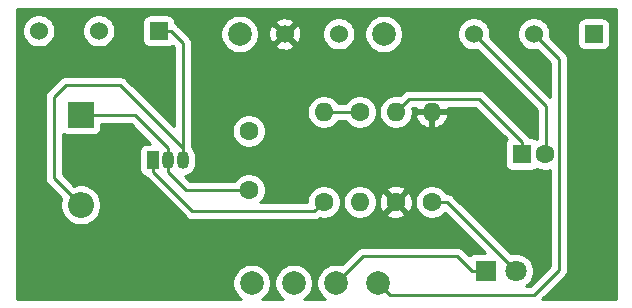
<source format=gbr>
G04 #@! TF.GenerationSoftware,KiCad,Pcbnew,(5.1.5-0-10_14)*
G04 #@! TF.CreationDate,2020-05-25T08:50:42-06:00*
G04 #@! TF.ProjectId,SHO,53484f2e-6b69-4636-9164-5f7063625858,rev?*
G04 #@! TF.SameCoordinates,Original*
G04 #@! TF.FileFunction,Copper,L1,Top*
G04 #@! TF.FilePolarity,Positive*
%FSLAX46Y46*%
G04 Gerber Fmt 4.6, Leading zero omitted, Abs format (unit mm)*
G04 Created by KiCad (PCBNEW (5.1.5-0-10_14)) date 2020-05-25 08:50:42*
%MOMM*%
%LPD*%
G04 APERTURE LIST*
%ADD10C,1.524000*%
%ADD11R,1.524000X1.524000*%
%ADD12O,2.200000X2.200000*%
%ADD13R,2.200000X2.200000*%
%ADD14O,1.600000X1.600000*%
%ADD15C,1.600000*%
%ADD16C,2.000000*%
%ADD17C,1.800000*%
%ADD18R,1.800000X1.800000*%
%ADD19R,1.600000X1.600000*%
%ADD20R,1.050000X1.500000*%
%ADD21O,1.050000X1.500000*%
%ADD22C,0.250000*%
%ADD23C,0.254000*%
G04 APERTURE END LIST*
D10*
X191262000Y-96774000D03*
X196342000Y-96774000D03*
D11*
X201422000Y-96774000D03*
D10*
X154432000Y-96520000D03*
X159512000Y-96520000D03*
D11*
X164592000Y-96520000D03*
D12*
X157988000Y-111252000D03*
D13*
X157988000Y-103632000D03*
D10*
X179832000Y-96774000D03*
X175260000Y-96774000D03*
D14*
X187706000Y-103378000D03*
D15*
X187706000Y-110998000D03*
D16*
X183642000Y-96774000D03*
X171450000Y-96774000D03*
X183134000Y-117856000D03*
X176022000Y-117856000D03*
X179578000Y-117856000D03*
X172466000Y-117856000D03*
D17*
X194818000Y-116840000D03*
D18*
X192278000Y-116840000D03*
D15*
X181610000Y-103378000D03*
D14*
X181610000Y-110998000D03*
D15*
X172212000Y-109982000D03*
X172212000Y-104982000D03*
X197326000Y-106934000D03*
D19*
X195326000Y-106934000D03*
D20*
X164084000Y-107442000D03*
D21*
X166624000Y-107442000D03*
X165354000Y-107442000D03*
D15*
X178562000Y-110998000D03*
D14*
X178562000Y-103378000D03*
D15*
X184658000Y-110998000D03*
D14*
X184658000Y-103378000D03*
D22*
X172212000Y-109728000D02*
X172212000Y-109982000D01*
X178562000Y-103378000D02*
X181610000Y-103378000D01*
X171080630Y-109982000D02*
X172212000Y-109982000D01*
X166894000Y-109982000D02*
X171080630Y-109982000D01*
X165354000Y-108442000D02*
X166894000Y-109982000D01*
X165354000Y-107442000D02*
X165354000Y-108442000D01*
X178562000Y-103632000D02*
X178562000Y-103378000D01*
X165354000Y-106442000D02*
X165354000Y-107442000D01*
X162544000Y-103632000D02*
X165354000Y-106442000D01*
X157988000Y-103632000D02*
X162544000Y-103632000D01*
X177762001Y-111797999D02*
X178562000Y-110998000D01*
X185457999Y-102578001D02*
X184658000Y-103378000D01*
X185783001Y-102252999D02*
X185457999Y-102578001D01*
X195326000Y-105884000D02*
X191694999Y-102252999D01*
X191694999Y-102252999D02*
X185783001Y-102252999D01*
X195326000Y-106934000D02*
X195326000Y-105884000D01*
X164084000Y-107442000D02*
X164084000Y-108442000D01*
X164084000Y-108442000D02*
X167439999Y-111797999D01*
X167439999Y-111797999D02*
X177762001Y-111797999D01*
X197358000Y-102870000D02*
X192023999Y-97535999D01*
X197358000Y-106902000D02*
X197358000Y-102870000D01*
X192023999Y-97535999D02*
X191262000Y-96774000D01*
X197326000Y-106934000D02*
X197358000Y-106902000D01*
X166624000Y-106442000D02*
X166624000Y-107442000D01*
X166624000Y-97540000D02*
X166624000Y-106442000D01*
X165604000Y-96520000D02*
X166624000Y-97540000D01*
X164592000Y-96520000D02*
X165604000Y-96520000D01*
X156888001Y-110152001D02*
X157988000Y-111252000D01*
X155702000Y-102108000D02*
X155702000Y-108966000D01*
X156718000Y-101092000D02*
X155702000Y-102108000D01*
X155702000Y-108966000D02*
X156888001Y-110152001D01*
X161274000Y-101092000D02*
X156718000Y-101092000D01*
X166624000Y-106442000D02*
X161274000Y-101092000D01*
X194818000Y-116724630D02*
X194818000Y-116840000D01*
X188976000Y-110998000D02*
X194818000Y-116840000D01*
X187706000Y-110998000D02*
X188976000Y-110998000D01*
X181864000Y-115570000D02*
X180577999Y-116856001D01*
X191128000Y-116840000D02*
X189858000Y-115570000D01*
X180577999Y-116856001D02*
X179578000Y-117856000D01*
X189858000Y-115570000D02*
X181864000Y-115570000D01*
X192278000Y-116840000D02*
X191128000Y-116840000D01*
X197103999Y-97535999D02*
X196342000Y-96774000D01*
X198451001Y-98883001D02*
X197103999Y-97535999D01*
X198451001Y-116762999D02*
X198451001Y-98883001D01*
X196358001Y-118855999D02*
X198451001Y-116762999D01*
X184133999Y-118855999D02*
X196358001Y-118855999D01*
X183134000Y-117856000D02*
X184133999Y-118855999D01*
D23*
G36*
X203302001Y-119228000D02*
G01*
X197060801Y-119228000D01*
X198962005Y-117326797D01*
X198991002Y-117303000D01*
X199022783Y-117264275D01*
X199085975Y-117187276D01*
X199156547Y-117055246D01*
X199171793Y-117004986D01*
X199200004Y-116911985D01*
X199211001Y-116800332D01*
X199211001Y-116800322D01*
X199214677Y-116762999D01*
X199211001Y-116725677D01*
X199211001Y-98920323D01*
X199214677Y-98883000D01*
X199211001Y-98845677D01*
X199211001Y-98845668D01*
X199200004Y-98734015D01*
X199156547Y-98590754D01*
X199085975Y-98458725D01*
X199045167Y-98409000D01*
X199014800Y-98371997D01*
X199014796Y-98371993D01*
X198991002Y-98343000D01*
X198962009Y-98319206D01*
X197708372Y-97065571D01*
X197739000Y-96911592D01*
X197739000Y-96636408D01*
X197685314Y-96366510D01*
X197580005Y-96112273D01*
X197513005Y-96012000D01*
X200021928Y-96012000D01*
X200021928Y-97536000D01*
X200034188Y-97660482D01*
X200070498Y-97780180D01*
X200129463Y-97890494D01*
X200208815Y-97987185D01*
X200305506Y-98066537D01*
X200415820Y-98125502D01*
X200535518Y-98161812D01*
X200660000Y-98174072D01*
X202184000Y-98174072D01*
X202308482Y-98161812D01*
X202428180Y-98125502D01*
X202538494Y-98066537D01*
X202635185Y-97987185D01*
X202714537Y-97890494D01*
X202773502Y-97780180D01*
X202809812Y-97660482D01*
X202822072Y-97536000D01*
X202822072Y-96012000D01*
X202809812Y-95887518D01*
X202773502Y-95767820D01*
X202714537Y-95657506D01*
X202635185Y-95560815D01*
X202538494Y-95481463D01*
X202428180Y-95422498D01*
X202308482Y-95386188D01*
X202184000Y-95373928D01*
X200660000Y-95373928D01*
X200535518Y-95386188D01*
X200415820Y-95422498D01*
X200305506Y-95481463D01*
X200208815Y-95560815D01*
X200129463Y-95657506D01*
X200070498Y-95767820D01*
X200034188Y-95887518D01*
X200021928Y-96012000D01*
X197513005Y-96012000D01*
X197427120Y-95883465D01*
X197232535Y-95688880D01*
X197003727Y-95535995D01*
X196749490Y-95430686D01*
X196479592Y-95377000D01*
X196204408Y-95377000D01*
X195934510Y-95430686D01*
X195680273Y-95535995D01*
X195451465Y-95688880D01*
X195256880Y-95883465D01*
X195103995Y-96112273D01*
X194998686Y-96366510D01*
X194945000Y-96636408D01*
X194945000Y-96911592D01*
X194998686Y-97181490D01*
X195103995Y-97435727D01*
X195256880Y-97664535D01*
X195451465Y-97859120D01*
X195680273Y-98012005D01*
X195934510Y-98117314D01*
X196204408Y-98171000D01*
X196479592Y-98171000D01*
X196633571Y-98140372D01*
X197691002Y-99197805D01*
X197691002Y-102128200D01*
X192628372Y-97065571D01*
X192659000Y-96911592D01*
X192659000Y-96636408D01*
X192605314Y-96366510D01*
X192500005Y-96112273D01*
X192347120Y-95883465D01*
X192152535Y-95688880D01*
X191923727Y-95535995D01*
X191669490Y-95430686D01*
X191399592Y-95377000D01*
X191124408Y-95377000D01*
X190854510Y-95430686D01*
X190600273Y-95535995D01*
X190371465Y-95688880D01*
X190176880Y-95883465D01*
X190023995Y-96112273D01*
X189918686Y-96366510D01*
X189865000Y-96636408D01*
X189865000Y-96911592D01*
X189918686Y-97181490D01*
X190023995Y-97435727D01*
X190176880Y-97664535D01*
X190371465Y-97859120D01*
X190600273Y-98012005D01*
X190854510Y-98117314D01*
X191124408Y-98171000D01*
X191399592Y-98171000D01*
X191553571Y-98140372D01*
X196598001Y-103184803D01*
X196598000Y-105694575D01*
X196590790Y-105699393D01*
X196577185Y-105682815D01*
X196480494Y-105603463D01*
X196370180Y-105544498D01*
X196250482Y-105508188D01*
X196126000Y-105495928D01*
X195980326Y-105495928D01*
X195960974Y-105459724D01*
X195866001Y-105343999D01*
X195837003Y-105320201D01*
X192258803Y-101742002D01*
X192235000Y-101712998D01*
X192119275Y-101618025D01*
X191987246Y-101547453D01*
X191843985Y-101503996D01*
X191732332Y-101492999D01*
X191732321Y-101492999D01*
X191694999Y-101489323D01*
X191657677Y-101492999D01*
X185820323Y-101492999D01*
X185783000Y-101489323D01*
X185745677Y-101492999D01*
X185745668Y-101492999D01*
X185634015Y-101503996D01*
X185490754Y-101547453D01*
X185358725Y-101618025D01*
X185243000Y-101712998D01*
X185219197Y-101742002D01*
X184981887Y-101979312D01*
X184799335Y-101943000D01*
X184516665Y-101943000D01*
X184239426Y-101998147D01*
X183978273Y-102106320D01*
X183743241Y-102263363D01*
X183543363Y-102463241D01*
X183386320Y-102698273D01*
X183278147Y-102959426D01*
X183223000Y-103236665D01*
X183223000Y-103519335D01*
X183278147Y-103796574D01*
X183386320Y-104057727D01*
X183543363Y-104292759D01*
X183743241Y-104492637D01*
X183978273Y-104649680D01*
X184239426Y-104757853D01*
X184516665Y-104813000D01*
X184799335Y-104813000D01*
X185076574Y-104757853D01*
X185337727Y-104649680D01*
X185572759Y-104492637D01*
X185772637Y-104292759D01*
X185929680Y-104057727D01*
X186037853Y-103796574D01*
X186051684Y-103727040D01*
X186314091Y-103727040D01*
X186408930Y-103991881D01*
X186553615Y-104233131D01*
X186742586Y-104441519D01*
X186968580Y-104609037D01*
X187222913Y-104729246D01*
X187356961Y-104769904D01*
X187579000Y-104647915D01*
X187579000Y-103505000D01*
X187833000Y-103505000D01*
X187833000Y-104647915D01*
X188055039Y-104769904D01*
X188189087Y-104729246D01*
X188443420Y-104609037D01*
X188669414Y-104441519D01*
X188858385Y-104233131D01*
X189003070Y-103991881D01*
X189097909Y-103727040D01*
X188976624Y-103505000D01*
X187833000Y-103505000D01*
X187579000Y-103505000D01*
X186435376Y-103505000D01*
X186314091Y-103727040D01*
X186051684Y-103727040D01*
X186093000Y-103519335D01*
X186093000Y-103236665D01*
X186056688Y-103054113D01*
X186097802Y-103012999D01*
X186319807Y-103012999D01*
X186314091Y-103028960D01*
X186435376Y-103251000D01*
X187579000Y-103251000D01*
X187579000Y-103231000D01*
X187833000Y-103231000D01*
X187833000Y-103251000D01*
X188976624Y-103251000D01*
X189097909Y-103028960D01*
X189092193Y-103012999D01*
X191380198Y-103012999D01*
X194063636Y-105696437D01*
X193995463Y-105779506D01*
X193936498Y-105889820D01*
X193900188Y-106009518D01*
X193887928Y-106134000D01*
X193887928Y-107734000D01*
X193900188Y-107858482D01*
X193936498Y-107978180D01*
X193995463Y-108088494D01*
X194074815Y-108185185D01*
X194171506Y-108264537D01*
X194281820Y-108323502D01*
X194401518Y-108359812D01*
X194526000Y-108372072D01*
X196126000Y-108372072D01*
X196250482Y-108359812D01*
X196370180Y-108323502D01*
X196480494Y-108264537D01*
X196577185Y-108185185D01*
X196590790Y-108168607D01*
X196646273Y-108205680D01*
X196907426Y-108313853D01*
X197184665Y-108369000D01*
X197467335Y-108369000D01*
X197691001Y-108324509D01*
X197691001Y-116448197D01*
X196043200Y-118095999D01*
X195701191Y-118095999D01*
X195796505Y-118032312D01*
X196010312Y-117818505D01*
X196178299Y-117567095D01*
X196294011Y-117287743D01*
X196353000Y-116991184D01*
X196353000Y-116688816D01*
X196294011Y-116392257D01*
X196178299Y-116112905D01*
X196010312Y-115861495D01*
X195796505Y-115647688D01*
X195545095Y-115479701D01*
X195265743Y-115363989D01*
X194969184Y-115305000D01*
X194666816Y-115305000D01*
X194409070Y-115356269D01*
X189539804Y-110487003D01*
X189516001Y-110457999D01*
X189400276Y-110363026D01*
X189268247Y-110292454D01*
X189124986Y-110248997D01*
X189013333Y-110238000D01*
X189013322Y-110238000D01*
X188976000Y-110234324D01*
X188938678Y-110238000D01*
X188924043Y-110238000D01*
X188820637Y-110083241D01*
X188620759Y-109883363D01*
X188385727Y-109726320D01*
X188124574Y-109618147D01*
X187847335Y-109563000D01*
X187564665Y-109563000D01*
X187287426Y-109618147D01*
X187026273Y-109726320D01*
X186791241Y-109883363D01*
X186591363Y-110083241D01*
X186434320Y-110318273D01*
X186326147Y-110579426D01*
X186271000Y-110856665D01*
X186271000Y-111139335D01*
X186326147Y-111416574D01*
X186434320Y-111677727D01*
X186591363Y-111912759D01*
X186791241Y-112112637D01*
X187026273Y-112269680D01*
X187287426Y-112377853D01*
X187564665Y-112433000D01*
X187847335Y-112433000D01*
X188124574Y-112377853D01*
X188385727Y-112269680D01*
X188620759Y-112112637D01*
X188818297Y-111915099D01*
X192205126Y-115301928D01*
X191378000Y-115301928D01*
X191253518Y-115314188D01*
X191133820Y-115350498D01*
X191023506Y-115409463D01*
X190926815Y-115488815D01*
X190892919Y-115530118D01*
X190421804Y-115059003D01*
X190398001Y-115029999D01*
X190282276Y-114935026D01*
X190150247Y-114864454D01*
X190006986Y-114820997D01*
X189895333Y-114810000D01*
X189895322Y-114810000D01*
X189858000Y-114806324D01*
X189820678Y-114810000D01*
X181901322Y-114810000D01*
X181863999Y-114806324D01*
X181826676Y-114810000D01*
X181826667Y-114810000D01*
X181715014Y-114820997D01*
X181571753Y-114864454D01*
X181439723Y-114935026D01*
X181356083Y-115003668D01*
X181323999Y-115029999D01*
X181300201Y-115058997D01*
X180069376Y-116289823D01*
X180054912Y-116283832D01*
X179739033Y-116221000D01*
X179416967Y-116221000D01*
X179101088Y-116283832D01*
X178803537Y-116407082D01*
X178535748Y-116586013D01*
X178308013Y-116813748D01*
X178129082Y-117081537D01*
X178005832Y-117379088D01*
X177943000Y-117694967D01*
X177943000Y-118017033D01*
X178005832Y-118332912D01*
X178129082Y-118630463D01*
X178308013Y-118898252D01*
X178535748Y-119125987D01*
X178688421Y-119228000D01*
X176911579Y-119228000D01*
X177064252Y-119125987D01*
X177291987Y-118898252D01*
X177470918Y-118630463D01*
X177594168Y-118332912D01*
X177657000Y-118017033D01*
X177657000Y-117694967D01*
X177594168Y-117379088D01*
X177470918Y-117081537D01*
X177291987Y-116813748D01*
X177064252Y-116586013D01*
X176796463Y-116407082D01*
X176498912Y-116283832D01*
X176183033Y-116221000D01*
X175860967Y-116221000D01*
X175545088Y-116283832D01*
X175247537Y-116407082D01*
X174979748Y-116586013D01*
X174752013Y-116813748D01*
X174573082Y-117081537D01*
X174449832Y-117379088D01*
X174387000Y-117694967D01*
X174387000Y-118017033D01*
X174449832Y-118332912D01*
X174573082Y-118630463D01*
X174752013Y-118898252D01*
X174979748Y-119125987D01*
X175132421Y-119228000D01*
X173355579Y-119228000D01*
X173508252Y-119125987D01*
X173735987Y-118898252D01*
X173914918Y-118630463D01*
X174038168Y-118332912D01*
X174101000Y-118017033D01*
X174101000Y-117694967D01*
X174038168Y-117379088D01*
X173914918Y-117081537D01*
X173735987Y-116813748D01*
X173508252Y-116586013D01*
X173240463Y-116407082D01*
X172942912Y-116283832D01*
X172627033Y-116221000D01*
X172304967Y-116221000D01*
X171989088Y-116283832D01*
X171691537Y-116407082D01*
X171423748Y-116586013D01*
X171196013Y-116813748D01*
X171017082Y-117081537D01*
X170893832Y-117379088D01*
X170831000Y-117694967D01*
X170831000Y-118017033D01*
X170893832Y-118332912D01*
X171017082Y-118630463D01*
X171196013Y-118898252D01*
X171423748Y-119125987D01*
X171576421Y-119228000D01*
X152552000Y-119228000D01*
X152552000Y-102108000D01*
X154938324Y-102108000D01*
X154942000Y-102145323D01*
X154942001Y-108928668D01*
X154938324Y-108966000D01*
X154942001Y-109003333D01*
X154948296Y-109067241D01*
X154952998Y-109114985D01*
X154996454Y-109258246D01*
X155067026Y-109390276D01*
X155133273Y-109470997D01*
X155162000Y-109506001D01*
X155190998Y-109529799D01*
X156345286Y-110684088D01*
X156319675Y-110745919D01*
X156253000Y-111081117D01*
X156253000Y-111422883D01*
X156319675Y-111758081D01*
X156450463Y-112073831D01*
X156640337Y-112357998D01*
X156882002Y-112599663D01*
X157166169Y-112789537D01*
X157481919Y-112920325D01*
X157817117Y-112987000D01*
X158158883Y-112987000D01*
X158494081Y-112920325D01*
X158809831Y-112789537D01*
X159093998Y-112599663D01*
X159335663Y-112357998D01*
X159525537Y-112073831D01*
X159656325Y-111758081D01*
X159723000Y-111422883D01*
X159723000Y-111081117D01*
X159656325Y-110745919D01*
X159525537Y-110430169D01*
X159335663Y-110146002D01*
X159093998Y-109904337D01*
X158809831Y-109714463D01*
X158494081Y-109583675D01*
X158158883Y-109517000D01*
X157817117Y-109517000D01*
X157481919Y-109583675D01*
X157420088Y-109609286D01*
X156462000Y-108651199D01*
X156462000Y-105203854D01*
X156533506Y-105262537D01*
X156643820Y-105321502D01*
X156763518Y-105357812D01*
X156888000Y-105370072D01*
X159088000Y-105370072D01*
X159212482Y-105357812D01*
X159332180Y-105321502D01*
X159442494Y-105262537D01*
X159539185Y-105183185D01*
X159618537Y-105086494D01*
X159677502Y-104976180D01*
X159713812Y-104856482D01*
X159726072Y-104732000D01*
X159726072Y-104392000D01*
X162229199Y-104392000D01*
X163891126Y-106053928D01*
X163559000Y-106053928D01*
X163434518Y-106066188D01*
X163314820Y-106102498D01*
X163204506Y-106161463D01*
X163107815Y-106240815D01*
X163028463Y-106337506D01*
X162969498Y-106447820D01*
X162933188Y-106567518D01*
X162920928Y-106692000D01*
X162920928Y-108192000D01*
X162933188Y-108316482D01*
X162969498Y-108436180D01*
X163028463Y-108546494D01*
X163107815Y-108643185D01*
X163204506Y-108722537D01*
X163314820Y-108781502D01*
X163420916Y-108813686D01*
X163449026Y-108866276D01*
X163520201Y-108953002D01*
X163544000Y-108982001D01*
X163572998Y-109005799D01*
X166876200Y-112309002D01*
X166899998Y-112338000D01*
X167015723Y-112432973D01*
X167147752Y-112503545D01*
X167291013Y-112547002D01*
X167402666Y-112557999D01*
X167402675Y-112557999D01*
X167439998Y-112561675D01*
X167477321Y-112557999D01*
X177724679Y-112557999D01*
X177762001Y-112561675D01*
X177799323Y-112557999D01*
X177799334Y-112557999D01*
X177910987Y-112547002D01*
X178054248Y-112503545D01*
X178186277Y-112432973D01*
X178231978Y-112395467D01*
X178420665Y-112433000D01*
X178703335Y-112433000D01*
X178980574Y-112377853D01*
X179241727Y-112269680D01*
X179476759Y-112112637D01*
X179676637Y-111912759D01*
X179833680Y-111677727D01*
X179941853Y-111416574D01*
X179997000Y-111139335D01*
X179997000Y-110856665D01*
X180175000Y-110856665D01*
X180175000Y-111139335D01*
X180230147Y-111416574D01*
X180338320Y-111677727D01*
X180495363Y-111912759D01*
X180695241Y-112112637D01*
X180930273Y-112269680D01*
X181191426Y-112377853D01*
X181468665Y-112433000D01*
X181751335Y-112433000D01*
X182028574Y-112377853D01*
X182289727Y-112269680D01*
X182524759Y-112112637D01*
X182646694Y-111990702D01*
X183844903Y-111990702D01*
X183916486Y-112234671D01*
X184171996Y-112355571D01*
X184446184Y-112424300D01*
X184728512Y-112438217D01*
X185008130Y-112396787D01*
X185274292Y-112301603D01*
X185399514Y-112234671D01*
X185471097Y-111990702D01*
X184658000Y-111177605D01*
X183844903Y-111990702D01*
X182646694Y-111990702D01*
X182724637Y-111912759D01*
X182881680Y-111677727D01*
X182989853Y-111416574D01*
X183045000Y-111139335D01*
X183045000Y-111068512D01*
X183217783Y-111068512D01*
X183259213Y-111348130D01*
X183354397Y-111614292D01*
X183421329Y-111739514D01*
X183665298Y-111811097D01*
X184478395Y-110998000D01*
X184837605Y-110998000D01*
X185650702Y-111811097D01*
X185894671Y-111739514D01*
X186015571Y-111484004D01*
X186084300Y-111209816D01*
X186098217Y-110927488D01*
X186056787Y-110647870D01*
X185961603Y-110381708D01*
X185894671Y-110256486D01*
X185650702Y-110184903D01*
X184837605Y-110998000D01*
X184478395Y-110998000D01*
X183665298Y-110184903D01*
X183421329Y-110256486D01*
X183300429Y-110511996D01*
X183231700Y-110786184D01*
X183217783Y-111068512D01*
X183045000Y-111068512D01*
X183045000Y-110856665D01*
X182989853Y-110579426D01*
X182881680Y-110318273D01*
X182724637Y-110083241D01*
X182646694Y-110005298D01*
X183844903Y-110005298D01*
X184658000Y-110818395D01*
X185471097Y-110005298D01*
X185399514Y-109761329D01*
X185144004Y-109640429D01*
X184869816Y-109571700D01*
X184587488Y-109557783D01*
X184307870Y-109599213D01*
X184041708Y-109694397D01*
X183916486Y-109761329D01*
X183844903Y-110005298D01*
X182646694Y-110005298D01*
X182524759Y-109883363D01*
X182289727Y-109726320D01*
X182028574Y-109618147D01*
X181751335Y-109563000D01*
X181468665Y-109563000D01*
X181191426Y-109618147D01*
X180930273Y-109726320D01*
X180695241Y-109883363D01*
X180495363Y-110083241D01*
X180338320Y-110318273D01*
X180230147Y-110579426D01*
X180175000Y-110856665D01*
X179997000Y-110856665D01*
X179941853Y-110579426D01*
X179833680Y-110318273D01*
X179676637Y-110083241D01*
X179476759Y-109883363D01*
X179241727Y-109726320D01*
X178980574Y-109618147D01*
X178703335Y-109563000D01*
X178420665Y-109563000D01*
X178143426Y-109618147D01*
X177882273Y-109726320D01*
X177647241Y-109883363D01*
X177447363Y-110083241D01*
X177290320Y-110318273D01*
X177182147Y-110579426D01*
X177127000Y-110856665D01*
X177127000Y-111037999D01*
X173185397Y-111037999D01*
X173326637Y-110896759D01*
X173483680Y-110661727D01*
X173591853Y-110400574D01*
X173647000Y-110123335D01*
X173647000Y-109840665D01*
X173591853Y-109563426D01*
X173483680Y-109302273D01*
X173326637Y-109067241D01*
X173126759Y-108867363D01*
X172891727Y-108710320D01*
X172630574Y-108602147D01*
X172353335Y-108547000D01*
X172070665Y-108547000D01*
X171793426Y-108602147D01*
X171532273Y-108710320D01*
X171297241Y-108867363D01*
X171097363Y-109067241D01*
X170993957Y-109222000D01*
X167208802Y-109222000D01*
X166801893Y-108815091D01*
X166851400Y-108810215D01*
X167070060Y-108743885D01*
X167271579Y-108636171D01*
X167448212Y-108491212D01*
X167593171Y-108314579D01*
X167700885Y-108113059D01*
X167767215Y-107894399D01*
X167784000Y-107723978D01*
X167784000Y-107160021D01*
X167767215Y-106989600D01*
X167700885Y-106770940D01*
X167593171Y-106569421D01*
X167448212Y-106392788D01*
X167384000Y-106340091D01*
X167384000Y-104840665D01*
X170777000Y-104840665D01*
X170777000Y-105123335D01*
X170832147Y-105400574D01*
X170940320Y-105661727D01*
X171097363Y-105896759D01*
X171297241Y-106096637D01*
X171532273Y-106253680D01*
X171793426Y-106361853D01*
X172070665Y-106417000D01*
X172353335Y-106417000D01*
X172630574Y-106361853D01*
X172891727Y-106253680D01*
X173126759Y-106096637D01*
X173326637Y-105896759D01*
X173483680Y-105661727D01*
X173591853Y-105400574D01*
X173647000Y-105123335D01*
X173647000Y-104840665D01*
X173591853Y-104563426D01*
X173483680Y-104302273D01*
X173326637Y-104067241D01*
X173126759Y-103867363D01*
X172891727Y-103710320D01*
X172630574Y-103602147D01*
X172353335Y-103547000D01*
X172070665Y-103547000D01*
X171793426Y-103602147D01*
X171532273Y-103710320D01*
X171297241Y-103867363D01*
X171097363Y-104067241D01*
X170940320Y-104302273D01*
X170832147Y-104563426D01*
X170777000Y-104840665D01*
X167384000Y-104840665D01*
X167384000Y-103236665D01*
X177127000Y-103236665D01*
X177127000Y-103519335D01*
X177182147Y-103796574D01*
X177290320Y-104057727D01*
X177447363Y-104292759D01*
X177647241Y-104492637D01*
X177882273Y-104649680D01*
X178143426Y-104757853D01*
X178420665Y-104813000D01*
X178703335Y-104813000D01*
X178980574Y-104757853D01*
X179241727Y-104649680D01*
X179476759Y-104492637D01*
X179676637Y-104292759D01*
X179780043Y-104138000D01*
X180391957Y-104138000D01*
X180495363Y-104292759D01*
X180695241Y-104492637D01*
X180930273Y-104649680D01*
X181191426Y-104757853D01*
X181468665Y-104813000D01*
X181751335Y-104813000D01*
X182028574Y-104757853D01*
X182289727Y-104649680D01*
X182524759Y-104492637D01*
X182724637Y-104292759D01*
X182881680Y-104057727D01*
X182989853Y-103796574D01*
X183045000Y-103519335D01*
X183045000Y-103236665D01*
X182989853Y-102959426D01*
X182881680Y-102698273D01*
X182724637Y-102463241D01*
X182524759Y-102263363D01*
X182289727Y-102106320D01*
X182028574Y-101998147D01*
X181751335Y-101943000D01*
X181468665Y-101943000D01*
X181191426Y-101998147D01*
X180930273Y-102106320D01*
X180695241Y-102263363D01*
X180495363Y-102463241D01*
X180391957Y-102618000D01*
X179780043Y-102618000D01*
X179676637Y-102463241D01*
X179476759Y-102263363D01*
X179241727Y-102106320D01*
X178980574Y-101998147D01*
X178703335Y-101943000D01*
X178420665Y-101943000D01*
X178143426Y-101998147D01*
X177882273Y-102106320D01*
X177647241Y-102263363D01*
X177447363Y-102463241D01*
X177290320Y-102698273D01*
X177182147Y-102959426D01*
X177127000Y-103236665D01*
X167384000Y-103236665D01*
X167384000Y-97577323D01*
X167387676Y-97540000D01*
X167384000Y-97502677D01*
X167384000Y-97502667D01*
X167373003Y-97391014D01*
X167329546Y-97247753D01*
X167258974Y-97115724D01*
X167164001Y-96999999D01*
X167135004Y-96976202D01*
X166771769Y-96612967D01*
X169815000Y-96612967D01*
X169815000Y-96935033D01*
X169877832Y-97250912D01*
X170001082Y-97548463D01*
X170180013Y-97816252D01*
X170407748Y-98043987D01*
X170675537Y-98222918D01*
X170973088Y-98346168D01*
X171288967Y-98409000D01*
X171611033Y-98409000D01*
X171926912Y-98346168D01*
X172224463Y-98222918D01*
X172492252Y-98043987D01*
X172719987Y-97816252D01*
X172771227Y-97739565D01*
X174474040Y-97739565D01*
X174541020Y-97979656D01*
X174790048Y-98096756D01*
X175057135Y-98163023D01*
X175332017Y-98175910D01*
X175604133Y-98134922D01*
X175863023Y-98041636D01*
X175978980Y-97979656D01*
X176045960Y-97739565D01*
X175260000Y-96953605D01*
X174474040Y-97739565D01*
X172771227Y-97739565D01*
X172898918Y-97548463D01*
X173022168Y-97250912D01*
X173085000Y-96935033D01*
X173085000Y-96846017D01*
X173858090Y-96846017D01*
X173899078Y-97118133D01*
X173992364Y-97377023D01*
X174054344Y-97492980D01*
X174294435Y-97559960D01*
X175080395Y-96774000D01*
X175439605Y-96774000D01*
X176225565Y-97559960D01*
X176465656Y-97492980D01*
X176582756Y-97243952D01*
X176649023Y-96976865D01*
X176661910Y-96701983D01*
X176652033Y-96636408D01*
X178435000Y-96636408D01*
X178435000Y-96911592D01*
X178488686Y-97181490D01*
X178593995Y-97435727D01*
X178746880Y-97664535D01*
X178941465Y-97859120D01*
X179170273Y-98012005D01*
X179424510Y-98117314D01*
X179694408Y-98171000D01*
X179969592Y-98171000D01*
X180239490Y-98117314D01*
X180493727Y-98012005D01*
X180722535Y-97859120D01*
X180917120Y-97664535D01*
X181070005Y-97435727D01*
X181175314Y-97181490D01*
X181229000Y-96911592D01*
X181229000Y-96636408D01*
X181224338Y-96612967D01*
X182007000Y-96612967D01*
X182007000Y-96935033D01*
X182069832Y-97250912D01*
X182193082Y-97548463D01*
X182372013Y-97816252D01*
X182599748Y-98043987D01*
X182867537Y-98222918D01*
X183165088Y-98346168D01*
X183480967Y-98409000D01*
X183803033Y-98409000D01*
X184118912Y-98346168D01*
X184416463Y-98222918D01*
X184684252Y-98043987D01*
X184911987Y-97816252D01*
X185090918Y-97548463D01*
X185214168Y-97250912D01*
X185277000Y-96935033D01*
X185277000Y-96612967D01*
X185214168Y-96297088D01*
X185090918Y-95999537D01*
X184911987Y-95731748D01*
X184684252Y-95504013D01*
X184416463Y-95325082D01*
X184118912Y-95201832D01*
X183803033Y-95139000D01*
X183480967Y-95139000D01*
X183165088Y-95201832D01*
X182867537Y-95325082D01*
X182599748Y-95504013D01*
X182372013Y-95731748D01*
X182193082Y-95999537D01*
X182069832Y-96297088D01*
X182007000Y-96612967D01*
X181224338Y-96612967D01*
X181175314Y-96366510D01*
X181070005Y-96112273D01*
X180917120Y-95883465D01*
X180722535Y-95688880D01*
X180493727Y-95535995D01*
X180239490Y-95430686D01*
X179969592Y-95377000D01*
X179694408Y-95377000D01*
X179424510Y-95430686D01*
X179170273Y-95535995D01*
X178941465Y-95688880D01*
X178746880Y-95883465D01*
X178593995Y-96112273D01*
X178488686Y-96366510D01*
X178435000Y-96636408D01*
X176652033Y-96636408D01*
X176620922Y-96429867D01*
X176527636Y-96170977D01*
X176465656Y-96055020D01*
X176225565Y-95988040D01*
X175439605Y-96774000D01*
X175080395Y-96774000D01*
X174294435Y-95988040D01*
X174054344Y-96055020D01*
X173937244Y-96304048D01*
X173870977Y-96571135D01*
X173858090Y-96846017D01*
X173085000Y-96846017D01*
X173085000Y-96612967D01*
X173022168Y-96297088D01*
X172898918Y-95999537D01*
X172771228Y-95808435D01*
X174474040Y-95808435D01*
X175260000Y-96594395D01*
X176045960Y-95808435D01*
X175978980Y-95568344D01*
X175729952Y-95451244D01*
X175462865Y-95384977D01*
X175187983Y-95372090D01*
X174915867Y-95413078D01*
X174656977Y-95506364D01*
X174541020Y-95568344D01*
X174474040Y-95808435D01*
X172771228Y-95808435D01*
X172719987Y-95731748D01*
X172492252Y-95504013D01*
X172224463Y-95325082D01*
X171926912Y-95201832D01*
X171611033Y-95139000D01*
X171288967Y-95139000D01*
X170973088Y-95201832D01*
X170675537Y-95325082D01*
X170407748Y-95504013D01*
X170180013Y-95731748D01*
X170001082Y-95999537D01*
X169877832Y-96297088D01*
X169815000Y-96612967D01*
X166771769Y-96612967D01*
X166167804Y-96009002D01*
X166144001Y-95979999D01*
X166028276Y-95885026D01*
X165992072Y-95865674D01*
X165992072Y-95758000D01*
X165979812Y-95633518D01*
X165943502Y-95513820D01*
X165884537Y-95403506D01*
X165805185Y-95306815D01*
X165708494Y-95227463D01*
X165598180Y-95168498D01*
X165478482Y-95132188D01*
X165354000Y-95119928D01*
X163830000Y-95119928D01*
X163705518Y-95132188D01*
X163585820Y-95168498D01*
X163475506Y-95227463D01*
X163378815Y-95306815D01*
X163299463Y-95403506D01*
X163240498Y-95513820D01*
X163204188Y-95633518D01*
X163191928Y-95758000D01*
X163191928Y-97282000D01*
X163204188Y-97406482D01*
X163240498Y-97526180D01*
X163299463Y-97636494D01*
X163378815Y-97733185D01*
X163475506Y-97812537D01*
X163585820Y-97871502D01*
X163705518Y-97907812D01*
X163830000Y-97920072D01*
X165354000Y-97920072D01*
X165478482Y-97907812D01*
X165598180Y-97871502D01*
X165708494Y-97812537D01*
X165770691Y-97761493D01*
X165864000Y-97854802D01*
X165864001Y-104607199D01*
X161837804Y-100581003D01*
X161814001Y-100551999D01*
X161698276Y-100457026D01*
X161566247Y-100386454D01*
X161422986Y-100342997D01*
X161311333Y-100332000D01*
X161311322Y-100332000D01*
X161274000Y-100328324D01*
X161236678Y-100332000D01*
X156755322Y-100332000D01*
X156718000Y-100328324D01*
X156680677Y-100332000D01*
X156680667Y-100332000D01*
X156569014Y-100342997D01*
X156425753Y-100386454D01*
X156293723Y-100457026D01*
X156210083Y-100525668D01*
X156177999Y-100551999D01*
X156154201Y-100580997D01*
X155191002Y-101544196D01*
X155161999Y-101567999D01*
X155109474Y-101632001D01*
X155067026Y-101683724D01*
X154997218Y-101814325D01*
X154996454Y-101815754D01*
X154952997Y-101959015D01*
X154942000Y-102070668D01*
X154942000Y-102070678D01*
X154938324Y-102108000D01*
X152552000Y-102108000D01*
X152552000Y-96382408D01*
X153035000Y-96382408D01*
X153035000Y-96657592D01*
X153088686Y-96927490D01*
X153193995Y-97181727D01*
X153346880Y-97410535D01*
X153541465Y-97605120D01*
X153770273Y-97758005D01*
X154024510Y-97863314D01*
X154294408Y-97917000D01*
X154569592Y-97917000D01*
X154839490Y-97863314D01*
X155093727Y-97758005D01*
X155322535Y-97605120D01*
X155517120Y-97410535D01*
X155670005Y-97181727D01*
X155775314Y-96927490D01*
X155829000Y-96657592D01*
X155829000Y-96382408D01*
X158115000Y-96382408D01*
X158115000Y-96657592D01*
X158168686Y-96927490D01*
X158273995Y-97181727D01*
X158426880Y-97410535D01*
X158621465Y-97605120D01*
X158850273Y-97758005D01*
X159104510Y-97863314D01*
X159374408Y-97917000D01*
X159649592Y-97917000D01*
X159919490Y-97863314D01*
X160173727Y-97758005D01*
X160402535Y-97605120D01*
X160597120Y-97410535D01*
X160750005Y-97181727D01*
X160855314Y-96927490D01*
X160909000Y-96657592D01*
X160909000Y-96382408D01*
X160855314Y-96112510D01*
X160750005Y-95858273D01*
X160597120Y-95629465D01*
X160402535Y-95434880D01*
X160173727Y-95281995D01*
X159919490Y-95176686D01*
X159649592Y-95123000D01*
X159374408Y-95123000D01*
X159104510Y-95176686D01*
X158850273Y-95281995D01*
X158621465Y-95434880D01*
X158426880Y-95629465D01*
X158273995Y-95858273D01*
X158168686Y-96112510D01*
X158115000Y-96382408D01*
X155829000Y-96382408D01*
X155775314Y-96112510D01*
X155670005Y-95858273D01*
X155517120Y-95629465D01*
X155322535Y-95434880D01*
X155093727Y-95281995D01*
X154839490Y-95176686D01*
X154569592Y-95123000D01*
X154294408Y-95123000D01*
X154024510Y-95176686D01*
X153770273Y-95281995D01*
X153541465Y-95434880D01*
X153346880Y-95629465D01*
X153193995Y-95858273D01*
X153088686Y-96112510D01*
X153035000Y-96382408D01*
X152552000Y-96382408D01*
X152552000Y-94640000D01*
X203302000Y-94640000D01*
X203302001Y-119228000D01*
G37*
X203302001Y-119228000D02*
X197060801Y-119228000D01*
X198962005Y-117326797D01*
X198991002Y-117303000D01*
X199022783Y-117264275D01*
X199085975Y-117187276D01*
X199156547Y-117055246D01*
X199171793Y-117004986D01*
X199200004Y-116911985D01*
X199211001Y-116800332D01*
X199211001Y-116800322D01*
X199214677Y-116762999D01*
X199211001Y-116725677D01*
X199211001Y-98920323D01*
X199214677Y-98883000D01*
X199211001Y-98845677D01*
X199211001Y-98845668D01*
X199200004Y-98734015D01*
X199156547Y-98590754D01*
X199085975Y-98458725D01*
X199045167Y-98409000D01*
X199014800Y-98371997D01*
X199014796Y-98371993D01*
X198991002Y-98343000D01*
X198962009Y-98319206D01*
X197708372Y-97065571D01*
X197739000Y-96911592D01*
X197739000Y-96636408D01*
X197685314Y-96366510D01*
X197580005Y-96112273D01*
X197513005Y-96012000D01*
X200021928Y-96012000D01*
X200021928Y-97536000D01*
X200034188Y-97660482D01*
X200070498Y-97780180D01*
X200129463Y-97890494D01*
X200208815Y-97987185D01*
X200305506Y-98066537D01*
X200415820Y-98125502D01*
X200535518Y-98161812D01*
X200660000Y-98174072D01*
X202184000Y-98174072D01*
X202308482Y-98161812D01*
X202428180Y-98125502D01*
X202538494Y-98066537D01*
X202635185Y-97987185D01*
X202714537Y-97890494D01*
X202773502Y-97780180D01*
X202809812Y-97660482D01*
X202822072Y-97536000D01*
X202822072Y-96012000D01*
X202809812Y-95887518D01*
X202773502Y-95767820D01*
X202714537Y-95657506D01*
X202635185Y-95560815D01*
X202538494Y-95481463D01*
X202428180Y-95422498D01*
X202308482Y-95386188D01*
X202184000Y-95373928D01*
X200660000Y-95373928D01*
X200535518Y-95386188D01*
X200415820Y-95422498D01*
X200305506Y-95481463D01*
X200208815Y-95560815D01*
X200129463Y-95657506D01*
X200070498Y-95767820D01*
X200034188Y-95887518D01*
X200021928Y-96012000D01*
X197513005Y-96012000D01*
X197427120Y-95883465D01*
X197232535Y-95688880D01*
X197003727Y-95535995D01*
X196749490Y-95430686D01*
X196479592Y-95377000D01*
X196204408Y-95377000D01*
X195934510Y-95430686D01*
X195680273Y-95535995D01*
X195451465Y-95688880D01*
X195256880Y-95883465D01*
X195103995Y-96112273D01*
X194998686Y-96366510D01*
X194945000Y-96636408D01*
X194945000Y-96911592D01*
X194998686Y-97181490D01*
X195103995Y-97435727D01*
X195256880Y-97664535D01*
X195451465Y-97859120D01*
X195680273Y-98012005D01*
X195934510Y-98117314D01*
X196204408Y-98171000D01*
X196479592Y-98171000D01*
X196633571Y-98140372D01*
X197691002Y-99197805D01*
X197691002Y-102128200D01*
X192628372Y-97065571D01*
X192659000Y-96911592D01*
X192659000Y-96636408D01*
X192605314Y-96366510D01*
X192500005Y-96112273D01*
X192347120Y-95883465D01*
X192152535Y-95688880D01*
X191923727Y-95535995D01*
X191669490Y-95430686D01*
X191399592Y-95377000D01*
X191124408Y-95377000D01*
X190854510Y-95430686D01*
X190600273Y-95535995D01*
X190371465Y-95688880D01*
X190176880Y-95883465D01*
X190023995Y-96112273D01*
X189918686Y-96366510D01*
X189865000Y-96636408D01*
X189865000Y-96911592D01*
X189918686Y-97181490D01*
X190023995Y-97435727D01*
X190176880Y-97664535D01*
X190371465Y-97859120D01*
X190600273Y-98012005D01*
X190854510Y-98117314D01*
X191124408Y-98171000D01*
X191399592Y-98171000D01*
X191553571Y-98140372D01*
X196598001Y-103184803D01*
X196598000Y-105694575D01*
X196590790Y-105699393D01*
X196577185Y-105682815D01*
X196480494Y-105603463D01*
X196370180Y-105544498D01*
X196250482Y-105508188D01*
X196126000Y-105495928D01*
X195980326Y-105495928D01*
X195960974Y-105459724D01*
X195866001Y-105343999D01*
X195837003Y-105320201D01*
X192258803Y-101742002D01*
X192235000Y-101712998D01*
X192119275Y-101618025D01*
X191987246Y-101547453D01*
X191843985Y-101503996D01*
X191732332Y-101492999D01*
X191732321Y-101492999D01*
X191694999Y-101489323D01*
X191657677Y-101492999D01*
X185820323Y-101492999D01*
X185783000Y-101489323D01*
X185745677Y-101492999D01*
X185745668Y-101492999D01*
X185634015Y-101503996D01*
X185490754Y-101547453D01*
X185358725Y-101618025D01*
X185243000Y-101712998D01*
X185219197Y-101742002D01*
X184981887Y-101979312D01*
X184799335Y-101943000D01*
X184516665Y-101943000D01*
X184239426Y-101998147D01*
X183978273Y-102106320D01*
X183743241Y-102263363D01*
X183543363Y-102463241D01*
X183386320Y-102698273D01*
X183278147Y-102959426D01*
X183223000Y-103236665D01*
X183223000Y-103519335D01*
X183278147Y-103796574D01*
X183386320Y-104057727D01*
X183543363Y-104292759D01*
X183743241Y-104492637D01*
X183978273Y-104649680D01*
X184239426Y-104757853D01*
X184516665Y-104813000D01*
X184799335Y-104813000D01*
X185076574Y-104757853D01*
X185337727Y-104649680D01*
X185572759Y-104492637D01*
X185772637Y-104292759D01*
X185929680Y-104057727D01*
X186037853Y-103796574D01*
X186051684Y-103727040D01*
X186314091Y-103727040D01*
X186408930Y-103991881D01*
X186553615Y-104233131D01*
X186742586Y-104441519D01*
X186968580Y-104609037D01*
X187222913Y-104729246D01*
X187356961Y-104769904D01*
X187579000Y-104647915D01*
X187579000Y-103505000D01*
X187833000Y-103505000D01*
X187833000Y-104647915D01*
X188055039Y-104769904D01*
X188189087Y-104729246D01*
X188443420Y-104609037D01*
X188669414Y-104441519D01*
X188858385Y-104233131D01*
X189003070Y-103991881D01*
X189097909Y-103727040D01*
X188976624Y-103505000D01*
X187833000Y-103505000D01*
X187579000Y-103505000D01*
X186435376Y-103505000D01*
X186314091Y-103727040D01*
X186051684Y-103727040D01*
X186093000Y-103519335D01*
X186093000Y-103236665D01*
X186056688Y-103054113D01*
X186097802Y-103012999D01*
X186319807Y-103012999D01*
X186314091Y-103028960D01*
X186435376Y-103251000D01*
X187579000Y-103251000D01*
X187579000Y-103231000D01*
X187833000Y-103231000D01*
X187833000Y-103251000D01*
X188976624Y-103251000D01*
X189097909Y-103028960D01*
X189092193Y-103012999D01*
X191380198Y-103012999D01*
X194063636Y-105696437D01*
X193995463Y-105779506D01*
X193936498Y-105889820D01*
X193900188Y-106009518D01*
X193887928Y-106134000D01*
X193887928Y-107734000D01*
X193900188Y-107858482D01*
X193936498Y-107978180D01*
X193995463Y-108088494D01*
X194074815Y-108185185D01*
X194171506Y-108264537D01*
X194281820Y-108323502D01*
X194401518Y-108359812D01*
X194526000Y-108372072D01*
X196126000Y-108372072D01*
X196250482Y-108359812D01*
X196370180Y-108323502D01*
X196480494Y-108264537D01*
X196577185Y-108185185D01*
X196590790Y-108168607D01*
X196646273Y-108205680D01*
X196907426Y-108313853D01*
X197184665Y-108369000D01*
X197467335Y-108369000D01*
X197691001Y-108324509D01*
X197691001Y-116448197D01*
X196043200Y-118095999D01*
X195701191Y-118095999D01*
X195796505Y-118032312D01*
X196010312Y-117818505D01*
X196178299Y-117567095D01*
X196294011Y-117287743D01*
X196353000Y-116991184D01*
X196353000Y-116688816D01*
X196294011Y-116392257D01*
X196178299Y-116112905D01*
X196010312Y-115861495D01*
X195796505Y-115647688D01*
X195545095Y-115479701D01*
X195265743Y-115363989D01*
X194969184Y-115305000D01*
X194666816Y-115305000D01*
X194409070Y-115356269D01*
X189539804Y-110487003D01*
X189516001Y-110457999D01*
X189400276Y-110363026D01*
X189268247Y-110292454D01*
X189124986Y-110248997D01*
X189013333Y-110238000D01*
X189013322Y-110238000D01*
X188976000Y-110234324D01*
X188938678Y-110238000D01*
X188924043Y-110238000D01*
X188820637Y-110083241D01*
X188620759Y-109883363D01*
X188385727Y-109726320D01*
X188124574Y-109618147D01*
X187847335Y-109563000D01*
X187564665Y-109563000D01*
X187287426Y-109618147D01*
X187026273Y-109726320D01*
X186791241Y-109883363D01*
X186591363Y-110083241D01*
X186434320Y-110318273D01*
X186326147Y-110579426D01*
X186271000Y-110856665D01*
X186271000Y-111139335D01*
X186326147Y-111416574D01*
X186434320Y-111677727D01*
X186591363Y-111912759D01*
X186791241Y-112112637D01*
X187026273Y-112269680D01*
X187287426Y-112377853D01*
X187564665Y-112433000D01*
X187847335Y-112433000D01*
X188124574Y-112377853D01*
X188385727Y-112269680D01*
X188620759Y-112112637D01*
X188818297Y-111915099D01*
X192205126Y-115301928D01*
X191378000Y-115301928D01*
X191253518Y-115314188D01*
X191133820Y-115350498D01*
X191023506Y-115409463D01*
X190926815Y-115488815D01*
X190892919Y-115530118D01*
X190421804Y-115059003D01*
X190398001Y-115029999D01*
X190282276Y-114935026D01*
X190150247Y-114864454D01*
X190006986Y-114820997D01*
X189895333Y-114810000D01*
X189895322Y-114810000D01*
X189858000Y-114806324D01*
X189820678Y-114810000D01*
X181901322Y-114810000D01*
X181863999Y-114806324D01*
X181826676Y-114810000D01*
X181826667Y-114810000D01*
X181715014Y-114820997D01*
X181571753Y-114864454D01*
X181439723Y-114935026D01*
X181356083Y-115003668D01*
X181323999Y-115029999D01*
X181300201Y-115058997D01*
X180069376Y-116289823D01*
X180054912Y-116283832D01*
X179739033Y-116221000D01*
X179416967Y-116221000D01*
X179101088Y-116283832D01*
X178803537Y-116407082D01*
X178535748Y-116586013D01*
X178308013Y-116813748D01*
X178129082Y-117081537D01*
X178005832Y-117379088D01*
X177943000Y-117694967D01*
X177943000Y-118017033D01*
X178005832Y-118332912D01*
X178129082Y-118630463D01*
X178308013Y-118898252D01*
X178535748Y-119125987D01*
X178688421Y-119228000D01*
X176911579Y-119228000D01*
X177064252Y-119125987D01*
X177291987Y-118898252D01*
X177470918Y-118630463D01*
X177594168Y-118332912D01*
X177657000Y-118017033D01*
X177657000Y-117694967D01*
X177594168Y-117379088D01*
X177470918Y-117081537D01*
X177291987Y-116813748D01*
X177064252Y-116586013D01*
X176796463Y-116407082D01*
X176498912Y-116283832D01*
X176183033Y-116221000D01*
X175860967Y-116221000D01*
X175545088Y-116283832D01*
X175247537Y-116407082D01*
X174979748Y-116586013D01*
X174752013Y-116813748D01*
X174573082Y-117081537D01*
X174449832Y-117379088D01*
X174387000Y-117694967D01*
X174387000Y-118017033D01*
X174449832Y-118332912D01*
X174573082Y-118630463D01*
X174752013Y-118898252D01*
X174979748Y-119125987D01*
X175132421Y-119228000D01*
X173355579Y-119228000D01*
X173508252Y-119125987D01*
X173735987Y-118898252D01*
X173914918Y-118630463D01*
X174038168Y-118332912D01*
X174101000Y-118017033D01*
X174101000Y-117694967D01*
X174038168Y-117379088D01*
X173914918Y-117081537D01*
X173735987Y-116813748D01*
X173508252Y-116586013D01*
X173240463Y-116407082D01*
X172942912Y-116283832D01*
X172627033Y-116221000D01*
X172304967Y-116221000D01*
X171989088Y-116283832D01*
X171691537Y-116407082D01*
X171423748Y-116586013D01*
X171196013Y-116813748D01*
X171017082Y-117081537D01*
X170893832Y-117379088D01*
X170831000Y-117694967D01*
X170831000Y-118017033D01*
X170893832Y-118332912D01*
X171017082Y-118630463D01*
X171196013Y-118898252D01*
X171423748Y-119125987D01*
X171576421Y-119228000D01*
X152552000Y-119228000D01*
X152552000Y-102108000D01*
X154938324Y-102108000D01*
X154942000Y-102145323D01*
X154942001Y-108928668D01*
X154938324Y-108966000D01*
X154942001Y-109003333D01*
X154948296Y-109067241D01*
X154952998Y-109114985D01*
X154996454Y-109258246D01*
X155067026Y-109390276D01*
X155133273Y-109470997D01*
X155162000Y-109506001D01*
X155190998Y-109529799D01*
X156345286Y-110684088D01*
X156319675Y-110745919D01*
X156253000Y-111081117D01*
X156253000Y-111422883D01*
X156319675Y-111758081D01*
X156450463Y-112073831D01*
X156640337Y-112357998D01*
X156882002Y-112599663D01*
X157166169Y-112789537D01*
X157481919Y-112920325D01*
X157817117Y-112987000D01*
X158158883Y-112987000D01*
X158494081Y-112920325D01*
X158809831Y-112789537D01*
X159093998Y-112599663D01*
X159335663Y-112357998D01*
X159525537Y-112073831D01*
X159656325Y-111758081D01*
X159723000Y-111422883D01*
X159723000Y-111081117D01*
X159656325Y-110745919D01*
X159525537Y-110430169D01*
X159335663Y-110146002D01*
X159093998Y-109904337D01*
X158809831Y-109714463D01*
X158494081Y-109583675D01*
X158158883Y-109517000D01*
X157817117Y-109517000D01*
X157481919Y-109583675D01*
X157420088Y-109609286D01*
X156462000Y-108651199D01*
X156462000Y-105203854D01*
X156533506Y-105262537D01*
X156643820Y-105321502D01*
X156763518Y-105357812D01*
X156888000Y-105370072D01*
X159088000Y-105370072D01*
X159212482Y-105357812D01*
X159332180Y-105321502D01*
X159442494Y-105262537D01*
X159539185Y-105183185D01*
X159618537Y-105086494D01*
X159677502Y-104976180D01*
X159713812Y-104856482D01*
X159726072Y-104732000D01*
X159726072Y-104392000D01*
X162229199Y-104392000D01*
X163891126Y-106053928D01*
X163559000Y-106053928D01*
X163434518Y-106066188D01*
X163314820Y-106102498D01*
X163204506Y-106161463D01*
X163107815Y-106240815D01*
X163028463Y-106337506D01*
X162969498Y-106447820D01*
X162933188Y-106567518D01*
X162920928Y-106692000D01*
X162920928Y-108192000D01*
X162933188Y-108316482D01*
X162969498Y-108436180D01*
X163028463Y-108546494D01*
X163107815Y-108643185D01*
X163204506Y-108722537D01*
X163314820Y-108781502D01*
X163420916Y-108813686D01*
X163449026Y-108866276D01*
X163520201Y-108953002D01*
X163544000Y-108982001D01*
X163572998Y-109005799D01*
X166876200Y-112309002D01*
X166899998Y-112338000D01*
X167015723Y-112432973D01*
X167147752Y-112503545D01*
X167291013Y-112547002D01*
X167402666Y-112557999D01*
X167402675Y-112557999D01*
X167439998Y-112561675D01*
X167477321Y-112557999D01*
X177724679Y-112557999D01*
X177762001Y-112561675D01*
X177799323Y-112557999D01*
X177799334Y-112557999D01*
X177910987Y-112547002D01*
X178054248Y-112503545D01*
X178186277Y-112432973D01*
X178231978Y-112395467D01*
X178420665Y-112433000D01*
X178703335Y-112433000D01*
X178980574Y-112377853D01*
X179241727Y-112269680D01*
X179476759Y-112112637D01*
X179676637Y-111912759D01*
X179833680Y-111677727D01*
X179941853Y-111416574D01*
X179997000Y-111139335D01*
X179997000Y-110856665D01*
X180175000Y-110856665D01*
X180175000Y-111139335D01*
X180230147Y-111416574D01*
X180338320Y-111677727D01*
X180495363Y-111912759D01*
X180695241Y-112112637D01*
X180930273Y-112269680D01*
X181191426Y-112377853D01*
X181468665Y-112433000D01*
X181751335Y-112433000D01*
X182028574Y-112377853D01*
X182289727Y-112269680D01*
X182524759Y-112112637D01*
X182646694Y-111990702D01*
X183844903Y-111990702D01*
X183916486Y-112234671D01*
X184171996Y-112355571D01*
X184446184Y-112424300D01*
X184728512Y-112438217D01*
X185008130Y-112396787D01*
X185274292Y-112301603D01*
X185399514Y-112234671D01*
X185471097Y-111990702D01*
X184658000Y-111177605D01*
X183844903Y-111990702D01*
X182646694Y-111990702D01*
X182724637Y-111912759D01*
X182881680Y-111677727D01*
X182989853Y-111416574D01*
X183045000Y-111139335D01*
X183045000Y-111068512D01*
X183217783Y-111068512D01*
X183259213Y-111348130D01*
X183354397Y-111614292D01*
X183421329Y-111739514D01*
X183665298Y-111811097D01*
X184478395Y-110998000D01*
X184837605Y-110998000D01*
X185650702Y-111811097D01*
X185894671Y-111739514D01*
X186015571Y-111484004D01*
X186084300Y-111209816D01*
X186098217Y-110927488D01*
X186056787Y-110647870D01*
X185961603Y-110381708D01*
X185894671Y-110256486D01*
X185650702Y-110184903D01*
X184837605Y-110998000D01*
X184478395Y-110998000D01*
X183665298Y-110184903D01*
X183421329Y-110256486D01*
X183300429Y-110511996D01*
X183231700Y-110786184D01*
X183217783Y-111068512D01*
X183045000Y-111068512D01*
X183045000Y-110856665D01*
X182989853Y-110579426D01*
X182881680Y-110318273D01*
X182724637Y-110083241D01*
X182646694Y-110005298D01*
X183844903Y-110005298D01*
X184658000Y-110818395D01*
X185471097Y-110005298D01*
X185399514Y-109761329D01*
X185144004Y-109640429D01*
X184869816Y-109571700D01*
X184587488Y-109557783D01*
X184307870Y-109599213D01*
X184041708Y-109694397D01*
X183916486Y-109761329D01*
X183844903Y-110005298D01*
X182646694Y-110005298D01*
X182524759Y-109883363D01*
X182289727Y-109726320D01*
X182028574Y-109618147D01*
X181751335Y-109563000D01*
X181468665Y-109563000D01*
X181191426Y-109618147D01*
X180930273Y-109726320D01*
X180695241Y-109883363D01*
X180495363Y-110083241D01*
X180338320Y-110318273D01*
X180230147Y-110579426D01*
X180175000Y-110856665D01*
X179997000Y-110856665D01*
X179941853Y-110579426D01*
X179833680Y-110318273D01*
X179676637Y-110083241D01*
X179476759Y-109883363D01*
X179241727Y-109726320D01*
X178980574Y-109618147D01*
X178703335Y-109563000D01*
X178420665Y-109563000D01*
X178143426Y-109618147D01*
X177882273Y-109726320D01*
X177647241Y-109883363D01*
X177447363Y-110083241D01*
X177290320Y-110318273D01*
X177182147Y-110579426D01*
X177127000Y-110856665D01*
X177127000Y-111037999D01*
X173185397Y-111037999D01*
X173326637Y-110896759D01*
X173483680Y-110661727D01*
X173591853Y-110400574D01*
X173647000Y-110123335D01*
X173647000Y-109840665D01*
X173591853Y-109563426D01*
X173483680Y-109302273D01*
X173326637Y-109067241D01*
X173126759Y-108867363D01*
X172891727Y-108710320D01*
X172630574Y-108602147D01*
X172353335Y-108547000D01*
X172070665Y-108547000D01*
X171793426Y-108602147D01*
X171532273Y-108710320D01*
X171297241Y-108867363D01*
X171097363Y-109067241D01*
X170993957Y-109222000D01*
X167208802Y-109222000D01*
X166801893Y-108815091D01*
X166851400Y-108810215D01*
X167070060Y-108743885D01*
X167271579Y-108636171D01*
X167448212Y-108491212D01*
X167593171Y-108314579D01*
X167700885Y-108113059D01*
X167767215Y-107894399D01*
X167784000Y-107723978D01*
X167784000Y-107160021D01*
X167767215Y-106989600D01*
X167700885Y-106770940D01*
X167593171Y-106569421D01*
X167448212Y-106392788D01*
X167384000Y-106340091D01*
X167384000Y-104840665D01*
X170777000Y-104840665D01*
X170777000Y-105123335D01*
X170832147Y-105400574D01*
X170940320Y-105661727D01*
X171097363Y-105896759D01*
X171297241Y-106096637D01*
X171532273Y-106253680D01*
X171793426Y-106361853D01*
X172070665Y-106417000D01*
X172353335Y-106417000D01*
X172630574Y-106361853D01*
X172891727Y-106253680D01*
X173126759Y-106096637D01*
X173326637Y-105896759D01*
X173483680Y-105661727D01*
X173591853Y-105400574D01*
X173647000Y-105123335D01*
X173647000Y-104840665D01*
X173591853Y-104563426D01*
X173483680Y-104302273D01*
X173326637Y-104067241D01*
X173126759Y-103867363D01*
X172891727Y-103710320D01*
X172630574Y-103602147D01*
X172353335Y-103547000D01*
X172070665Y-103547000D01*
X171793426Y-103602147D01*
X171532273Y-103710320D01*
X171297241Y-103867363D01*
X171097363Y-104067241D01*
X170940320Y-104302273D01*
X170832147Y-104563426D01*
X170777000Y-104840665D01*
X167384000Y-104840665D01*
X167384000Y-103236665D01*
X177127000Y-103236665D01*
X177127000Y-103519335D01*
X177182147Y-103796574D01*
X177290320Y-104057727D01*
X177447363Y-104292759D01*
X177647241Y-104492637D01*
X177882273Y-104649680D01*
X178143426Y-104757853D01*
X178420665Y-104813000D01*
X178703335Y-104813000D01*
X178980574Y-104757853D01*
X179241727Y-104649680D01*
X179476759Y-104492637D01*
X179676637Y-104292759D01*
X179780043Y-104138000D01*
X180391957Y-104138000D01*
X180495363Y-104292759D01*
X180695241Y-104492637D01*
X180930273Y-104649680D01*
X181191426Y-104757853D01*
X181468665Y-104813000D01*
X181751335Y-104813000D01*
X182028574Y-104757853D01*
X182289727Y-104649680D01*
X182524759Y-104492637D01*
X182724637Y-104292759D01*
X182881680Y-104057727D01*
X182989853Y-103796574D01*
X183045000Y-103519335D01*
X183045000Y-103236665D01*
X182989853Y-102959426D01*
X182881680Y-102698273D01*
X182724637Y-102463241D01*
X182524759Y-102263363D01*
X182289727Y-102106320D01*
X182028574Y-101998147D01*
X181751335Y-101943000D01*
X181468665Y-101943000D01*
X181191426Y-101998147D01*
X180930273Y-102106320D01*
X180695241Y-102263363D01*
X180495363Y-102463241D01*
X180391957Y-102618000D01*
X179780043Y-102618000D01*
X179676637Y-102463241D01*
X179476759Y-102263363D01*
X179241727Y-102106320D01*
X178980574Y-101998147D01*
X178703335Y-101943000D01*
X178420665Y-101943000D01*
X178143426Y-101998147D01*
X177882273Y-102106320D01*
X177647241Y-102263363D01*
X177447363Y-102463241D01*
X177290320Y-102698273D01*
X177182147Y-102959426D01*
X177127000Y-103236665D01*
X167384000Y-103236665D01*
X167384000Y-97577323D01*
X167387676Y-97540000D01*
X167384000Y-97502677D01*
X167384000Y-97502667D01*
X167373003Y-97391014D01*
X167329546Y-97247753D01*
X167258974Y-97115724D01*
X167164001Y-96999999D01*
X167135004Y-96976202D01*
X166771769Y-96612967D01*
X169815000Y-96612967D01*
X169815000Y-96935033D01*
X169877832Y-97250912D01*
X170001082Y-97548463D01*
X170180013Y-97816252D01*
X170407748Y-98043987D01*
X170675537Y-98222918D01*
X170973088Y-98346168D01*
X171288967Y-98409000D01*
X171611033Y-98409000D01*
X171926912Y-98346168D01*
X172224463Y-98222918D01*
X172492252Y-98043987D01*
X172719987Y-97816252D01*
X172771227Y-97739565D01*
X174474040Y-97739565D01*
X174541020Y-97979656D01*
X174790048Y-98096756D01*
X175057135Y-98163023D01*
X175332017Y-98175910D01*
X175604133Y-98134922D01*
X175863023Y-98041636D01*
X175978980Y-97979656D01*
X176045960Y-97739565D01*
X175260000Y-96953605D01*
X174474040Y-97739565D01*
X172771227Y-97739565D01*
X172898918Y-97548463D01*
X173022168Y-97250912D01*
X173085000Y-96935033D01*
X173085000Y-96846017D01*
X173858090Y-96846017D01*
X173899078Y-97118133D01*
X173992364Y-97377023D01*
X174054344Y-97492980D01*
X174294435Y-97559960D01*
X175080395Y-96774000D01*
X175439605Y-96774000D01*
X176225565Y-97559960D01*
X176465656Y-97492980D01*
X176582756Y-97243952D01*
X176649023Y-96976865D01*
X176661910Y-96701983D01*
X176652033Y-96636408D01*
X178435000Y-96636408D01*
X178435000Y-96911592D01*
X178488686Y-97181490D01*
X178593995Y-97435727D01*
X178746880Y-97664535D01*
X178941465Y-97859120D01*
X179170273Y-98012005D01*
X179424510Y-98117314D01*
X179694408Y-98171000D01*
X179969592Y-98171000D01*
X180239490Y-98117314D01*
X180493727Y-98012005D01*
X180722535Y-97859120D01*
X180917120Y-97664535D01*
X181070005Y-97435727D01*
X181175314Y-97181490D01*
X181229000Y-96911592D01*
X181229000Y-96636408D01*
X181224338Y-96612967D01*
X182007000Y-96612967D01*
X182007000Y-96935033D01*
X182069832Y-97250912D01*
X182193082Y-97548463D01*
X182372013Y-97816252D01*
X182599748Y-98043987D01*
X182867537Y-98222918D01*
X183165088Y-98346168D01*
X183480967Y-98409000D01*
X183803033Y-98409000D01*
X184118912Y-98346168D01*
X184416463Y-98222918D01*
X184684252Y-98043987D01*
X184911987Y-97816252D01*
X185090918Y-97548463D01*
X185214168Y-97250912D01*
X185277000Y-96935033D01*
X185277000Y-96612967D01*
X185214168Y-96297088D01*
X185090918Y-95999537D01*
X184911987Y-95731748D01*
X184684252Y-95504013D01*
X184416463Y-95325082D01*
X184118912Y-95201832D01*
X183803033Y-95139000D01*
X183480967Y-95139000D01*
X183165088Y-95201832D01*
X182867537Y-95325082D01*
X182599748Y-95504013D01*
X182372013Y-95731748D01*
X182193082Y-95999537D01*
X182069832Y-96297088D01*
X182007000Y-96612967D01*
X181224338Y-96612967D01*
X181175314Y-96366510D01*
X181070005Y-96112273D01*
X180917120Y-95883465D01*
X180722535Y-95688880D01*
X180493727Y-95535995D01*
X180239490Y-95430686D01*
X179969592Y-95377000D01*
X179694408Y-95377000D01*
X179424510Y-95430686D01*
X179170273Y-95535995D01*
X178941465Y-95688880D01*
X178746880Y-95883465D01*
X178593995Y-96112273D01*
X178488686Y-96366510D01*
X178435000Y-96636408D01*
X176652033Y-96636408D01*
X176620922Y-96429867D01*
X176527636Y-96170977D01*
X176465656Y-96055020D01*
X176225565Y-95988040D01*
X175439605Y-96774000D01*
X175080395Y-96774000D01*
X174294435Y-95988040D01*
X174054344Y-96055020D01*
X173937244Y-96304048D01*
X173870977Y-96571135D01*
X173858090Y-96846017D01*
X173085000Y-96846017D01*
X173085000Y-96612967D01*
X173022168Y-96297088D01*
X172898918Y-95999537D01*
X172771228Y-95808435D01*
X174474040Y-95808435D01*
X175260000Y-96594395D01*
X176045960Y-95808435D01*
X175978980Y-95568344D01*
X175729952Y-95451244D01*
X175462865Y-95384977D01*
X175187983Y-95372090D01*
X174915867Y-95413078D01*
X174656977Y-95506364D01*
X174541020Y-95568344D01*
X174474040Y-95808435D01*
X172771228Y-95808435D01*
X172719987Y-95731748D01*
X172492252Y-95504013D01*
X172224463Y-95325082D01*
X171926912Y-95201832D01*
X171611033Y-95139000D01*
X171288967Y-95139000D01*
X170973088Y-95201832D01*
X170675537Y-95325082D01*
X170407748Y-95504013D01*
X170180013Y-95731748D01*
X170001082Y-95999537D01*
X169877832Y-96297088D01*
X169815000Y-96612967D01*
X166771769Y-96612967D01*
X166167804Y-96009002D01*
X166144001Y-95979999D01*
X166028276Y-95885026D01*
X165992072Y-95865674D01*
X165992072Y-95758000D01*
X165979812Y-95633518D01*
X165943502Y-95513820D01*
X165884537Y-95403506D01*
X165805185Y-95306815D01*
X165708494Y-95227463D01*
X165598180Y-95168498D01*
X165478482Y-95132188D01*
X165354000Y-95119928D01*
X163830000Y-95119928D01*
X163705518Y-95132188D01*
X163585820Y-95168498D01*
X163475506Y-95227463D01*
X163378815Y-95306815D01*
X163299463Y-95403506D01*
X163240498Y-95513820D01*
X163204188Y-95633518D01*
X163191928Y-95758000D01*
X163191928Y-97282000D01*
X163204188Y-97406482D01*
X163240498Y-97526180D01*
X163299463Y-97636494D01*
X163378815Y-97733185D01*
X163475506Y-97812537D01*
X163585820Y-97871502D01*
X163705518Y-97907812D01*
X163830000Y-97920072D01*
X165354000Y-97920072D01*
X165478482Y-97907812D01*
X165598180Y-97871502D01*
X165708494Y-97812537D01*
X165770691Y-97761493D01*
X165864000Y-97854802D01*
X165864001Y-104607199D01*
X161837804Y-100581003D01*
X161814001Y-100551999D01*
X161698276Y-100457026D01*
X161566247Y-100386454D01*
X161422986Y-100342997D01*
X161311333Y-100332000D01*
X161311322Y-100332000D01*
X161274000Y-100328324D01*
X161236678Y-100332000D01*
X156755322Y-100332000D01*
X156718000Y-100328324D01*
X156680677Y-100332000D01*
X156680667Y-100332000D01*
X156569014Y-100342997D01*
X156425753Y-100386454D01*
X156293723Y-100457026D01*
X156210083Y-100525668D01*
X156177999Y-100551999D01*
X156154201Y-100580997D01*
X155191002Y-101544196D01*
X155161999Y-101567999D01*
X155109474Y-101632001D01*
X155067026Y-101683724D01*
X154997218Y-101814325D01*
X154996454Y-101815754D01*
X154952997Y-101959015D01*
X154942000Y-102070668D01*
X154942000Y-102070678D01*
X154938324Y-102108000D01*
X152552000Y-102108000D01*
X152552000Y-96382408D01*
X153035000Y-96382408D01*
X153035000Y-96657592D01*
X153088686Y-96927490D01*
X153193995Y-97181727D01*
X153346880Y-97410535D01*
X153541465Y-97605120D01*
X153770273Y-97758005D01*
X154024510Y-97863314D01*
X154294408Y-97917000D01*
X154569592Y-97917000D01*
X154839490Y-97863314D01*
X155093727Y-97758005D01*
X155322535Y-97605120D01*
X155517120Y-97410535D01*
X155670005Y-97181727D01*
X155775314Y-96927490D01*
X155829000Y-96657592D01*
X155829000Y-96382408D01*
X158115000Y-96382408D01*
X158115000Y-96657592D01*
X158168686Y-96927490D01*
X158273995Y-97181727D01*
X158426880Y-97410535D01*
X158621465Y-97605120D01*
X158850273Y-97758005D01*
X159104510Y-97863314D01*
X159374408Y-97917000D01*
X159649592Y-97917000D01*
X159919490Y-97863314D01*
X160173727Y-97758005D01*
X160402535Y-97605120D01*
X160597120Y-97410535D01*
X160750005Y-97181727D01*
X160855314Y-96927490D01*
X160909000Y-96657592D01*
X160909000Y-96382408D01*
X160855314Y-96112510D01*
X160750005Y-95858273D01*
X160597120Y-95629465D01*
X160402535Y-95434880D01*
X160173727Y-95281995D01*
X159919490Y-95176686D01*
X159649592Y-95123000D01*
X159374408Y-95123000D01*
X159104510Y-95176686D01*
X158850273Y-95281995D01*
X158621465Y-95434880D01*
X158426880Y-95629465D01*
X158273995Y-95858273D01*
X158168686Y-96112510D01*
X158115000Y-96382408D01*
X155829000Y-96382408D01*
X155775314Y-96112510D01*
X155670005Y-95858273D01*
X155517120Y-95629465D01*
X155322535Y-95434880D01*
X155093727Y-95281995D01*
X154839490Y-95176686D01*
X154569592Y-95123000D01*
X154294408Y-95123000D01*
X154024510Y-95176686D01*
X153770273Y-95281995D01*
X153541465Y-95434880D01*
X153346880Y-95629465D01*
X153193995Y-95858273D01*
X153088686Y-96112510D01*
X153035000Y-96382408D01*
X152552000Y-96382408D01*
X152552000Y-94640000D01*
X203302000Y-94640000D01*
X203302001Y-119228000D01*
M02*

</source>
